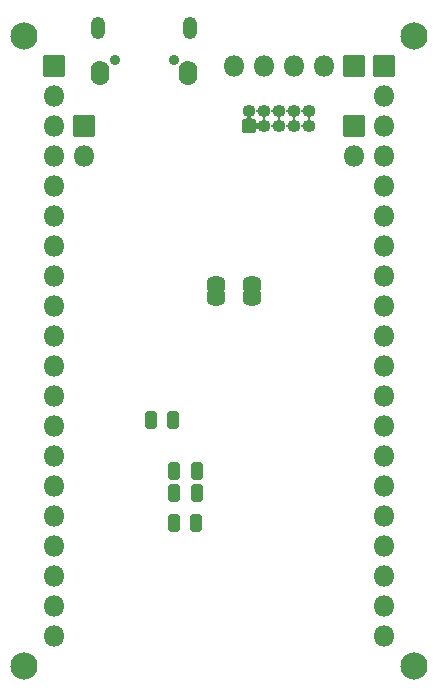
<source format=gbr>
G04 #@! TF.GenerationSoftware,KiCad,Pcbnew,7.0.1*
G04 #@! TF.CreationDate,2023-03-26T18:13:03+02:00*
G04 #@! TF.ProjectId,stm32{C_G}xxxCx_board,73746d33-327b-4432-9c47-7d7878784378,rev?*
G04 #@! TF.SameCoordinates,Original*
G04 #@! TF.FileFunction,Soldermask,Bot*
G04 #@! TF.FilePolarity,Negative*
%FSLAX46Y46*%
G04 Gerber Fmt 4.6, Leading zero omitted, Abs format (unit mm)*
G04 Created by KiCad (PCBNEW 7.0.1) date 2023-03-26 18:13:03*
%MOMM*%
%LPD*%
G01*
G04 APERTURE LIST*
G04 Aperture macros list*
%AMRoundRect*
0 Rectangle with rounded corners*
0 $1 Rounding radius*
0 $2 $3 $4 $5 $6 $7 $8 $9 X,Y pos of 4 corners*
0 Add a 4 corners polygon primitive as box body*
4,1,4,$2,$3,$4,$5,$6,$7,$8,$9,$2,$3,0*
0 Add four circle primitives for the rounded corners*
1,1,$1+$1,$2,$3*
1,1,$1+$1,$4,$5*
1,1,$1+$1,$6,$7*
1,1,$1+$1,$8,$9*
0 Add four rect primitives between the rounded corners*
20,1,$1+$1,$2,$3,$4,$5,0*
20,1,$1+$1,$4,$5,$6,$7,0*
20,1,$1+$1,$6,$7,$8,$9,0*
20,1,$1+$1,$8,$9,$2,$3,0*%
%AMFreePoly0*
4,1,43,0.536062,0.786062,0.551000,0.750000,0.551000,0.351000,0.900000,0.351000,0.936062,0.336062,0.951000,0.300000,0.951000,-0.300000,0.936062,-0.336062,0.900000,-0.351000,0.551000,-0.351000,0.551000,-0.750000,0.536062,-0.786062,0.500000,-0.801000,0.000000,-0.801000,-0.012285,-0.795911,-0.071157,-0.795911,-0.085525,-0.793845,-0.222076,-0.753750,-0.235281,-0.747720,-0.355003,-0.670779,
-0.365973,-0.661273,-0.459170,-0.553718,-0.467018,-0.541506,-0.526137,-0.412052,-0.530227,-0.398124,-0.550481,-0.257258,-0.551000,-0.250000,-0.551000,0.250000,-0.550481,0.257258,-0.530227,0.398124,-0.526137,0.412052,-0.467018,0.541506,-0.459170,0.553718,-0.365973,0.661273,-0.355003,0.670779,-0.235281,0.747720,-0.222076,0.753750,-0.085525,0.793845,-0.071157,0.795911,-0.012285,0.795911,
0.000000,0.801000,0.500000,0.801000,0.536062,0.786062,0.536062,0.786062,$1*%
%AMFreePoly1*
4,1,35,0.012285,0.795911,0.071157,0.795911,0.085525,0.793845,0.222076,0.753750,0.235281,0.747720,0.355003,0.670779,0.365973,0.661273,0.459170,0.553718,0.467018,0.541506,0.526137,0.412052,0.530227,0.398124,0.550481,0.257258,0.551000,0.250000,0.551000,-0.250000,0.550481,-0.257258,0.530227,-0.398124,0.526137,-0.412052,0.467018,-0.541506,0.459170,-0.553718,0.365973,-0.661273,
0.355003,-0.670779,0.235281,-0.747720,0.222076,-0.753750,0.085525,-0.793845,0.071157,-0.795911,0.012285,-0.795911,0.000000,-0.801000,-0.500000,-0.801000,-0.536062,-0.786062,-0.551000,-0.750000,-0.551000,0.750000,-0.536062,0.786062,-0.500000,0.801000,0.000000,0.801000,0.012285,0.795911,0.012285,0.795911,$1*%
G04 Aperture macros list end*
%ADD10RoundRect,0.294750X-0.243750X-0.456250X0.243750X-0.456250X0.243750X0.456250X-0.243750X0.456250X0*%
%ADD11RoundRect,0.051000X-0.850000X-0.850000X0.850000X-0.850000X0.850000X0.850000X-0.850000X0.850000X0*%
%ADD12O,1.802000X1.802000*%
%ADD13RoundRect,0.051000X-0.850000X0.850000X-0.850000X-0.850000X0.850000X-0.850000X0.850000X0.850000X0*%
%ADD14RoundRect,0.051000X0.500000X-0.500000X0.500000X0.500000X-0.500000X0.500000X-0.500000X-0.500000X0*%
%ADD15O,1.102000X1.102000*%
%ADD16C,2.302000*%
%ADD17O,0.902000X0.902000*%
%ADD18O,1.252000X1.902000*%
%ADD19O,1.552000X2.102000*%
%ADD20FreePoly0,270.000000*%
%ADD21FreePoly1,270.000000*%
%ADD22RoundRect,0.294750X0.243750X0.456250X-0.243750X0.456250X-0.243750X-0.456250X0.243750X-0.456250X0*%
G04 APERTURE END LIST*
D10*
X149195000Y-94615000D03*
X147320000Y-94615000D03*
D11*
X137160000Y-55880000D03*
D12*
X137160000Y-58420000D03*
X137160000Y-60960000D03*
X137160000Y-63500000D03*
X137160000Y-66040000D03*
X137160000Y-68580000D03*
X137160000Y-71120000D03*
X137160000Y-73660000D03*
X137160000Y-76200000D03*
X137160000Y-78740000D03*
X137160000Y-81280000D03*
X137160000Y-83820000D03*
X137160000Y-86360000D03*
X137160000Y-88900000D03*
X137160000Y-91440000D03*
X137160000Y-93980000D03*
X137160000Y-96520000D03*
X137160000Y-99060000D03*
X137160000Y-101600000D03*
X137160000Y-104140000D03*
D11*
X165100000Y-55880000D03*
D12*
X165100000Y-58420000D03*
X165100000Y-60960000D03*
X165100000Y-63500000D03*
X165100000Y-66040000D03*
X165100000Y-68580000D03*
X165100000Y-71120000D03*
X165100000Y-73660000D03*
X165100000Y-76200000D03*
X165100000Y-78740000D03*
X165100000Y-81280000D03*
X165100000Y-83820000D03*
X165100000Y-86360000D03*
X165100000Y-88900000D03*
X165100000Y-91440000D03*
X165100000Y-93980000D03*
X165100000Y-96520000D03*
X165100000Y-99060000D03*
X165100000Y-101600000D03*
X165100000Y-104140000D03*
D13*
X162560000Y-55880000D03*
D12*
X160020000Y-55880000D03*
X157480000Y-55880000D03*
X154940000Y-55880000D03*
X152400000Y-55880000D03*
D11*
X162560000Y-60960000D03*
D12*
X162560000Y-63500000D03*
D11*
X139700000Y-60960000D03*
D12*
X139700000Y-63500000D03*
D14*
X153670000Y-60960000D03*
D15*
X153670000Y-59690000D03*
X154940000Y-60960000D03*
X154940000Y-59690000D03*
X156210000Y-60960000D03*
X156210000Y-59690000D03*
X157480000Y-60960000D03*
X157480000Y-59690000D03*
X158750000Y-60960000D03*
X158750000Y-59690000D03*
D16*
X134620000Y-106680000D03*
X167640000Y-53340000D03*
X134620000Y-53340000D03*
X167640000Y-106680000D03*
D17*
X147280000Y-55410000D03*
X142280000Y-55410000D03*
D18*
X148655000Y-52660000D03*
D19*
X148505000Y-56460000D03*
X141055000Y-56460000D03*
D18*
X140905000Y-52660000D03*
D20*
X153924000Y-74295000D03*
D21*
X153924000Y-75595000D03*
D20*
X150876000Y-74295000D03*
D21*
X150876000Y-75595000D03*
D10*
X145366500Y-85852000D03*
X147241500Y-85852000D03*
D22*
X149225000Y-92075000D03*
X147350000Y-92075000D03*
X149225000Y-90170000D03*
X147350000Y-90170000D03*
G36*
X154688678Y-74841838D02*
G01*
X154689355Y-74843473D01*
X154688470Y-74845005D01*
X154637213Y-74879256D01*
X154637213Y-75010744D01*
X154688471Y-75044994D01*
X154689356Y-75046526D01*
X154688679Y-75048161D01*
X154686970Y-75048619D01*
X154673801Y-75046000D01*
X154275000Y-75046000D01*
X154273586Y-75045414D01*
X154273000Y-75044000D01*
X154273000Y-74846000D01*
X154273586Y-74844586D01*
X154275000Y-74844000D01*
X154673801Y-74844000D01*
X154686969Y-74841380D01*
X154688678Y-74841838D01*
G37*
G36*
X153174199Y-74844000D02*
G01*
X153573000Y-74844000D01*
X153574414Y-74844586D01*
X153575000Y-74846000D01*
X153575000Y-75044000D01*
X153574414Y-75045414D01*
X153573000Y-75046000D01*
X153174199Y-75046000D01*
X153161026Y-75048619D01*
X153159317Y-75048161D01*
X153158640Y-75046526D01*
X153159525Y-75044994D01*
X153210786Y-75010743D01*
X153210786Y-74879257D01*
X153159527Y-74845005D01*
X153158642Y-74843473D01*
X153159319Y-74841838D01*
X153161028Y-74841380D01*
X153174199Y-74844000D01*
G37*
G36*
X151640678Y-74841838D02*
G01*
X151641355Y-74843473D01*
X151640470Y-74845005D01*
X151589213Y-74879256D01*
X151589213Y-75010744D01*
X151640471Y-75044994D01*
X151641356Y-75046526D01*
X151640679Y-75048161D01*
X151638970Y-75048619D01*
X151625801Y-75046000D01*
X151227000Y-75046000D01*
X151225586Y-75045414D01*
X151225000Y-75044000D01*
X151225000Y-74846000D01*
X151225586Y-74844586D01*
X151227000Y-74844000D01*
X151625801Y-74844000D01*
X151638969Y-74841380D01*
X151640678Y-74841838D01*
G37*
G36*
X150126199Y-74844000D02*
G01*
X150525000Y-74844000D01*
X150526414Y-74844586D01*
X150527000Y-74846000D01*
X150527000Y-75044000D01*
X150526414Y-75045414D01*
X150525000Y-75046000D01*
X150126199Y-75046000D01*
X150113026Y-75048619D01*
X150111317Y-75048161D01*
X150110640Y-75046526D01*
X150111525Y-75044994D01*
X150162786Y-75010743D01*
X150162786Y-74879257D01*
X150111527Y-74845005D01*
X150110642Y-74843473D01*
X150111319Y-74841838D01*
X150113028Y-74841380D01*
X150126199Y-74844000D01*
G37*
G36*
X154458759Y-60697225D02*
G01*
X154458939Y-60699093D01*
X154409723Y-60817913D01*
X154391017Y-60960000D01*
X154409723Y-61102086D01*
X154458939Y-61220904D01*
X154458760Y-61222772D01*
X154457111Y-61223669D01*
X154455445Y-61222805D01*
X154395811Y-61136410D01*
X154221595Y-61190698D01*
X154219815Y-61190400D01*
X154219000Y-61188789D01*
X154219000Y-60731210D01*
X154219815Y-60729599D01*
X154221595Y-60729301D01*
X154395811Y-60783589D01*
X154455445Y-60697192D01*
X154457111Y-60696328D01*
X154458759Y-60697225D01*
G37*
G36*
X158217895Y-60825134D02*
G01*
X158218542Y-60826883D01*
X158201017Y-60959999D01*
X158218542Y-61093115D01*
X158217895Y-61094864D01*
X158216087Y-61095319D01*
X158214689Y-61094085D01*
X158199900Y-61055088D01*
X158030100Y-61055088D01*
X158015310Y-61094084D01*
X158013912Y-61095318D01*
X158012104Y-61094863D01*
X158011457Y-61093114D01*
X158028982Y-60959999D01*
X158011457Y-60826884D01*
X158012104Y-60825135D01*
X158013912Y-60824680D01*
X158015310Y-60825914D01*
X158030100Y-60864911D01*
X158199900Y-60864911D01*
X158214689Y-60825913D01*
X158216087Y-60824679D01*
X158217895Y-60825134D01*
G37*
G36*
X156947895Y-60825134D02*
G01*
X156948542Y-60826883D01*
X156931017Y-60959999D01*
X156948542Y-61093115D01*
X156947895Y-61094864D01*
X156946087Y-61095319D01*
X156944689Y-61094085D01*
X156929900Y-61055088D01*
X156760100Y-61055088D01*
X156745310Y-61094084D01*
X156743912Y-61095318D01*
X156742104Y-61094863D01*
X156741457Y-61093114D01*
X156758982Y-60959999D01*
X156741457Y-60826884D01*
X156742104Y-60825135D01*
X156743912Y-60824680D01*
X156745310Y-60825914D01*
X156760100Y-60864911D01*
X156929900Y-60864911D01*
X156944689Y-60825913D01*
X156946087Y-60824679D01*
X156947895Y-60825134D01*
G37*
G36*
X155677895Y-60825134D02*
G01*
X155678542Y-60826883D01*
X155661017Y-60959999D01*
X155678542Y-61093115D01*
X155677895Y-61094864D01*
X155676087Y-61095319D01*
X155674689Y-61094085D01*
X155659900Y-61055088D01*
X155490100Y-61055088D01*
X155475310Y-61094084D01*
X155473912Y-61095318D01*
X155472104Y-61094863D01*
X155471457Y-61093114D01*
X155488982Y-60959999D01*
X155471457Y-60826884D01*
X155472104Y-60825135D01*
X155473912Y-60824680D01*
X155475310Y-60825914D01*
X155490100Y-60864911D01*
X155659900Y-60864911D01*
X155674689Y-60825913D01*
X155676087Y-60824679D01*
X155677895Y-60825134D01*
G37*
G36*
X158750000Y-60238982D02*
G01*
X158852565Y-60225480D01*
X158854145Y-60225959D01*
X158854826Y-60227463D01*
X158854826Y-60422537D01*
X158854145Y-60424041D01*
X158852565Y-60424520D01*
X158750000Y-60411017D01*
X158647434Y-60424521D01*
X158645854Y-60424042D01*
X158645173Y-60422538D01*
X158645173Y-60227462D01*
X158645854Y-60225958D01*
X158647434Y-60225479D01*
X158750000Y-60238982D01*
G37*
G36*
X157480000Y-60238982D02*
G01*
X157582565Y-60225480D01*
X157584145Y-60225959D01*
X157584826Y-60227463D01*
X157584826Y-60422537D01*
X157584145Y-60424041D01*
X157582565Y-60424520D01*
X157480000Y-60411017D01*
X157377434Y-60424521D01*
X157375854Y-60424042D01*
X157375173Y-60422538D01*
X157375173Y-60227462D01*
X157375854Y-60225958D01*
X157377434Y-60225479D01*
X157480000Y-60238982D01*
G37*
G36*
X156210000Y-60238982D02*
G01*
X156312565Y-60225480D01*
X156314145Y-60225959D01*
X156314826Y-60227463D01*
X156314826Y-60422537D01*
X156314145Y-60424041D01*
X156312565Y-60424520D01*
X156210000Y-60411017D01*
X156107434Y-60424521D01*
X156105854Y-60424042D01*
X156105173Y-60422538D01*
X156105173Y-60227462D01*
X156105854Y-60225958D01*
X156107434Y-60225479D01*
X156210000Y-60238982D01*
G37*
G36*
X154940000Y-60238982D02*
G01*
X155042565Y-60225480D01*
X155044145Y-60225959D01*
X155044826Y-60227463D01*
X155044826Y-60422537D01*
X155044145Y-60424041D01*
X155042565Y-60424520D01*
X154940000Y-60411017D01*
X154837434Y-60424521D01*
X154835854Y-60424042D01*
X154835173Y-60422538D01*
X154835173Y-60227462D01*
X154835854Y-60225958D01*
X154837434Y-60225479D01*
X154940000Y-60238982D01*
G37*
G36*
X153527913Y-60220276D02*
G01*
X153669999Y-60238982D01*
X153812086Y-60220276D01*
X153898971Y-60184287D01*
X153900905Y-60184512D01*
X153901731Y-60186276D01*
X153900665Y-60187906D01*
X153839760Y-60219872D01*
X153886257Y-60408521D01*
X153885889Y-60410233D01*
X153884315Y-60411000D01*
X153182313Y-60411000D01*
X153180581Y-60410000D01*
X153180581Y-60408000D01*
X153182313Y-60407000D01*
X153454117Y-60406999D01*
X153500239Y-60219872D01*
X153439332Y-60187905D01*
X153438266Y-60186275D01*
X153439092Y-60184511D01*
X153441026Y-60184286D01*
X153527913Y-60220276D01*
G37*
G36*
X158217895Y-59555134D02*
G01*
X158218542Y-59556883D01*
X158201017Y-59689999D01*
X158218542Y-59823115D01*
X158217895Y-59824864D01*
X158216087Y-59825319D01*
X158214689Y-59824085D01*
X158199900Y-59785088D01*
X158030100Y-59785088D01*
X158015310Y-59824084D01*
X158013912Y-59825318D01*
X158012104Y-59824863D01*
X158011457Y-59823114D01*
X158028982Y-59689999D01*
X158011457Y-59556884D01*
X158012104Y-59555135D01*
X158013912Y-59554680D01*
X158015310Y-59555914D01*
X158030100Y-59594911D01*
X158199900Y-59594911D01*
X158214689Y-59555913D01*
X158216087Y-59554679D01*
X158217895Y-59555134D01*
G37*
G36*
X156947895Y-59555134D02*
G01*
X156948542Y-59556883D01*
X156931017Y-59689999D01*
X156948542Y-59823115D01*
X156947895Y-59824864D01*
X156946087Y-59825319D01*
X156944689Y-59824085D01*
X156929900Y-59785088D01*
X156760100Y-59785088D01*
X156745310Y-59824084D01*
X156743912Y-59825318D01*
X156742104Y-59824863D01*
X156741457Y-59823114D01*
X156758982Y-59689999D01*
X156741457Y-59556884D01*
X156742104Y-59555135D01*
X156743912Y-59554680D01*
X156745310Y-59555914D01*
X156760100Y-59594911D01*
X156929900Y-59594911D01*
X156944689Y-59555913D01*
X156946087Y-59554679D01*
X156947895Y-59555134D01*
G37*
G36*
X155677895Y-59555134D02*
G01*
X155678542Y-59556883D01*
X155661017Y-59689999D01*
X155678542Y-59823115D01*
X155677895Y-59824864D01*
X155676087Y-59825319D01*
X155674689Y-59824085D01*
X155659900Y-59785088D01*
X155490100Y-59785088D01*
X155475310Y-59824084D01*
X155473912Y-59825318D01*
X155472104Y-59824863D01*
X155471457Y-59823114D01*
X155488982Y-59689999D01*
X155471457Y-59556884D01*
X155472104Y-59555135D01*
X155473912Y-59554680D01*
X155475310Y-59555914D01*
X155490100Y-59594911D01*
X155659900Y-59594911D01*
X155674689Y-59555913D01*
X155676087Y-59554679D01*
X155677895Y-59555134D01*
G37*
G36*
X154407895Y-59555134D02*
G01*
X154408542Y-59556883D01*
X154391017Y-59689999D01*
X154408542Y-59823115D01*
X154407895Y-59824864D01*
X154406087Y-59825319D01*
X154404689Y-59824085D01*
X154389900Y-59785088D01*
X154220100Y-59785088D01*
X154205310Y-59824084D01*
X154203912Y-59825318D01*
X154202104Y-59824863D01*
X154201457Y-59823114D01*
X154218982Y-59689999D01*
X154201457Y-59556884D01*
X154202104Y-59555135D01*
X154203912Y-59554680D01*
X154205310Y-59555914D01*
X154220100Y-59594911D01*
X154389900Y-59594911D01*
X154404689Y-59555913D01*
X154406087Y-59554679D01*
X154407895Y-59555134D01*
G37*
M02*

</source>
